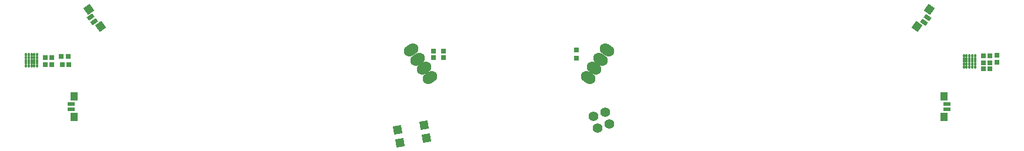
<source format=gts>
%FSTAX23Y23*%
%MOIN*%
%SFA1B1*%

%IPPOS*%
%AMD35*
4,1,4,0.019400,0.027200,-0.027200,0.019400,-0.019400,-0.027200,0.027200,-0.019400,0.019400,0.027200,0.0*
%
%AMD41*
4,1,4,-0.009200,-0.021000,0.022900,0.001800,0.009200,0.021000,-0.022900,-0.001800,-0.009200,-0.021000,0.0*
%
%AMD42*
4,1,4,-0.031400,0.006600,-0.004000,-0.031800,0.031400,-0.006600,0.004000,0.031800,-0.031400,0.006600,0.0*
%
%AMD43*
4,1,4,0.022900,-0.001800,-0.009200,0.021000,-0.022900,0.001800,0.009200,-0.021000,0.022900,-0.001800,0.0*
%
%AMD44*
4,1,4,0.004000,-0.031800,0.031400,0.006600,-0.004000,0.031800,-0.031400,-0.006600,0.004000,-0.031800,0.0*
%
%AMD46*
4,1,4,-0.008400,-0.032600,0.027700,0.019000,0.008400,0.032600,-0.027700,-0.019000,-0.008400,-0.032600,0.0*
1,1,0.063120,0.009700,-0.006800*
1,1,0.063120,-0.009700,0.006800*
%
%AMD47*
4,1,4,-0.027700,0.019000,0.008400,-0.032600,0.027700,-0.019000,-0.008400,0.032600,-0.027700,0.019000,0.0*
1,1,0.063120,-0.009700,-0.006800*
1,1,0.063120,0.009700,0.006800*
%
G04~CAMADD=35~10~0.0~473.7~0.0~0.0~0.0~0.0~0~0.0~0.0~0.0~0.0~0~0.0~0.0~0.0~0.0~0~0.0~0.0~0.0~369.5~473.7~0.0*
%ADD35D35*%
%ADD36C,0.018000*%
%ADD37R,0.030000X0.031620*%
%ADD38R,0.031620X0.030000*%
%ADD39R,0.039500X0.023750*%
%ADD40R,0.043430X0.047370*%
G04~CAMADD=41~9~0.0~0.0~395.0~237.5~0.0~0.0~0~0.0~0.0~0.0~0.0~0~0.0~0.0~0.0~0.0~0~0.0~0.0~0.0~215.5~458.0~419.0*
%ADD41D41*%
G04~CAMADD=42~9~0.0~0.0~473.7~434.3~0.0~0.0~0~0.0~0.0~0.0~0.0~0~0.0~0.0~0.0~0.0~0~0.0~0.0~0.0~125.5~628.0~635.0*
%ADD42D42*%
G04~CAMADD=43~9~0.0~0.0~395.0~237.5~0.0~0.0~0~0.0~0.0~0.0~0.0~0~0.0~0.0~0.0~0.0~0~0.0~0.0~0.0~324.5~458.0~419.0*
%ADD43D43*%
G04~CAMADD=44~9~0.0~0.0~473.7~434.3~0.0~0.0~0~0.0~0.0~0.0~0.0~0~0.0~0.0~0.0~0.0~0~0.0~0.0~0.0~234.5~628.0~635.0*
%ADD44D44*%
%ADD45R,0.029650X0.029650*%
G04~CAMADD=46~3~0.0~0.0~631.2~867.4~0.0~0.0~0~0.0~0.0~0.0~0.0~0~0.0~0.0~0.0~0.0~0~0.0~0.0~0.0~235.0~820.0~762.0*
%ADD46D46*%
G04~CAMADD=47~3~0.0~0.0~631.2~867.4~0.0~0.0~0~0.0~0.0~0.0~0.0~0~0.0~0.0~0.0~0.0~0~0.0~0.0~0.0~125.0~820.0~762.0*
%ADD47D47*%
%ADD48C,0.055240*%
%LNfront_flex-1*%
%LPD*%
G54D35*
X-00469Y00187D03*
X-00481Y00261D03*
X-00619Y00162D03*
X-00631Y00236D03*
G54D36*
X-02675Y00597D03*
X-02691D03*
X-02706D03*
X-02722D03*
X-02738D03*
X-02675Y00613D03*
X-02691D03*
X-02706D03*
X-02722D03*
X-02738D03*
X-02675Y00628D03*
X-02691D03*
X-02706D03*
X-02722D03*
X-02738D03*
X-02675Y00644D03*
X-02691D03*
X-02706D03*
X-02722D03*
X-02738D03*
X-02675Y0066D03*
X-02691D03*
X-02706D03*
X-02722D03*
X-02738D03*
X02577Y00654D03*
X02592D03*
X02608D03*
X02624D03*
X0264D03*
X02577Y00639D03*
X02592D03*
X02608D03*
X02624D03*
X0264D03*
X02577Y00623D03*
X02592D03*
X02608D03*
X02624D03*
X0264D03*
X02577Y00607D03*
X02592D03*
X02608D03*
X02624D03*
X0264D03*
X02577Y00591D03*
X02592D03*
X02608D03*
X02624D03*
X0264D03*
G54D37*
X02687Y00581D03*
X02724D03*
X02687Y00656D03*
X02724D03*
X02687Y00616D03*
X02724D03*
X-02533Y00605D03*
X-02495D03*
X-02537Y00651D03*
X-02499D03*
X-02628Y00605D03*
X-02591D03*
Y00643D03*
X-02628D03*
G54D38*
X02765Y00657D03*
Y00619D03*
X-00372Y00644D03*
Y00681D03*
X-00428D03*
Y00644D03*
G54D39*
X-02483Y00382D03*
Y00351D03*
X02483D03*
Y00382D03*
G54D40*
X-02465Y00307D03*
Y00425D03*
X02465Y00425D03*
Y00307D03*
G54D41*
X-02372Y00873D03*
X-02353Y00847D03*
G54D42*
X-02314Y00822D03*
X-02382Y00918D03*
G54D43*
X02352Y00846D03*
X0237Y00872D03*
G54D44*
X02381Y00917D03*
X02312Y00821D03*
G54D45*
X00381Y00687D03*
Y00641D03*
G54D46*
X00447Y00532D03*
X00483Y00584D03*
X00519Y00635D03*
X00555Y00687D03*
G54D47*
X-00447Y00532D03*
X-00483Y00584D03*
X-00519Y00635D03*
X-00555Y00687D03*
G54D48*
X00545Y00335D03*
X00569Y00269D03*
X00502Y00245D03*
X00478Y00311D03*
M02*
</source>
